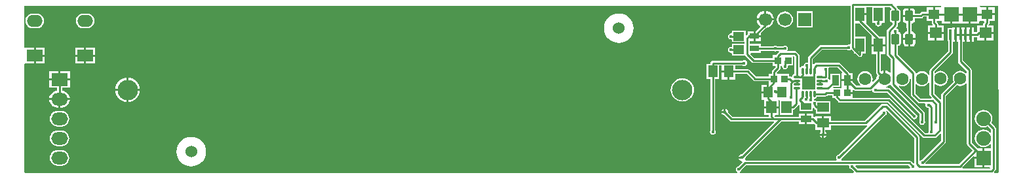
<source format=gtl>
G04 Layer_Physical_Order=1*
G04 Layer_Color=25308*
%FSLAX44Y44*%
%MOMM*%
G71*
G01*
G75*
%ADD10R,0.4000X1.3500*%
%ADD11R,1.9000X1.9000*%
%ADD12R,1.4500X1.3000*%
%ADD13R,1.6000X1.4000*%
%ADD14R,1.2000X1.8000*%
%ADD15O,0.8500X0.2800*%
%ADD16O,0.2800X0.8500*%
%ADD17R,1.7000X1.7000*%
%ADD18R,1.2500X1.5500*%
%ADD19R,0.8500X0.9000*%
%ADD20R,1.4500X1.1500*%
%ADD21R,1.2500X0.8000*%
%ADD22R,0.9500X1.3500*%
%ADD23R,1.5500X1.2500*%
%ADD24R,1.3500X0.8500*%
%ADD25R,1.1500X1.4500*%
G04:AMPARAMS|DCode=26|XSize=1.016mm|YSize=1.397mm|CornerRadius=0.127mm|HoleSize=0mm|Usage=FLASHONLY|Rotation=180.000|XOffset=0mm|YOffset=0mm|HoleType=Round|Shape=RoundedRectangle|*
%AMROUNDEDRECTD26*
21,1,1.0160,1.1430,0,0,180.0*
21,1,0.7620,1.3970,0,0,180.0*
1,1,0.2540,-0.3810,0.5715*
1,1,0.2540,0.3810,0.5715*
1,1,0.2540,0.3810,-0.5715*
1,1,0.2540,-0.3810,-0.5715*
%
%ADD26ROUNDEDRECTD26*%
%ADD27R,1.3500X1.5500*%
%ADD28C,0.2540*%
%ADD29C,1.9050*%
%ADD30R,1.9050X1.9050*%
%ADD31O,2.1590X1.6510*%
%ADD32R,2.1590X1.6510*%
%ADD33R,2.0320X1.5240*%
%ADD34O,2.0320X1.5240*%
%ADD35R,1.7000X1.7000*%
%ADD36C,1.7000*%
%ADD37C,1.5240*%
%ADD38C,2.6416*%
%ADD39C,1.6000*%
%ADD40C,0.3810*%
%ADD41C,0.5000*%
G36*
X1783754Y935885D02*
X1782186Y933842D01*
X1780144Y932275D01*
X1777765Y931290D01*
X1775213Y930954D01*
X1772660Y931290D01*
X1770282Y932275D01*
X1768414Y933708D01*
X1767144Y933391D01*
Y921529D01*
X1773452Y915222D01*
X1787250D01*
X1787776Y916492D01*
X1785969Y918298D01*
X1785296Y919307D01*
X1785059Y920496D01*
Y935717D01*
X1783789Y935970D01*
X1783754Y935885D01*
D02*
G37*
G36*
X1728990Y898805D02*
X1729660Y897803D01*
X1729946Y896366D01*
X1729660Y894929D01*
X1728846Y893711D01*
X1727628Y892897D01*
X1726989Y892770D01*
X1671874Y837654D01*
X1671747Y837016D01*
X1671208Y836209D01*
X1671752Y834958D01*
X1671771Y834939D01*
X1759229D01*
X1760418Y834703D01*
X1761427Y834029D01*
X1764406Y831049D01*
X1764881Y831142D01*
X1765676Y831853D01*
Y863915D01*
X1729977Y899615D01*
X1728990Y898805D01*
D02*
G37*
G36*
X1831716Y934350D02*
X1829674Y932783D01*
X1827295Y931798D01*
X1824743Y931462D01*
X1822190Y931798D01*
X1820367Y932553D01*
X1806387Y918574D01*
Y859409D01*
X1806151Y858220D01*
X1805477Y857212D01*
X1779922Y831656D01*
X1779949Y831403D01*
X1780752Y830386D01*
X1823201D01*
X1840796Y847980D01*
X1834229Y854547D01*
X1833556Y855555D01*
X1833319Y856744D01*
Y934352D01*
X1832049Y934784D01*
X1831716Y934350D01*
D02*
G37*
G36*
X1759339Y938263D02*
X1758354Y935885D01*
X1756786Y933842D01*
X1754744Y932275D01*
X1752365Y931290D01*
X1749813Y930954D01*
X1747260Y931290D01*
X1746264Y931702D01*
X1745545Y930626D01*
X1777791Y898379D01*
X1778465Y897371D01*
X1778701Y896182D01*
Y886863D01*
X1779063Y886322D01*
X1779349Y884885D01*
X1779063Y883448D01*
X1778249Y882230D01*
X1777031Y881416D01*
X1775594Y881130D01*
X1774157Y881416D01*
X1772939Y882230D01*
X1772124Y883448D01*
X1771839Y884885D01*
X1772124Y886322D01*
X1772486Y886863D01*
Y894894D01*
X1736185Y931195D01*
X1735512Y932203D01*
X1735495Y932289D01*
X1734095Y932816D01*
X1732522Y931609D01*
X1729958Y930547D01*
X1729308Y930462D01*
X1729391Y929192D01*
X1731525D01*
X1732714Y928955D01*
X1733722Y928281D01*
X1766359Y895644D01*
X1766998Y895517D01*
X1768216Y894703D01*
X1769030Y893485D01*
X1769316Y892048D01*
X1769030Y890611D01*
X1768216Y889393D01*
X1766998Y888579D01*
X1765561Y888293D01*
X1764124Y888579D01*
X1762905Y889393D01*
X1762091Y890611D01*
X1761965Y891249D01*
X1730237Y922976D01*
X1716993D01*
X1716452Y922615D01*
X1715015Y922329D01*
X1713578Y922615D01*
X1712359Y923429D01*
X1711545Y924647D01*
X1711381Y925472D01*
X1710058Y926059D01*
X1710004Y926023D01*
X1709600Y925753D01*
X1708411Y925516D01*
X1689237D01*
X1688047Y925753D01*
X1687039Y926426D01*
X1686552Y926914D01*
X1685379Y926428D01*
Y923798D01*
X1678589D01*
Y921258D01*
X1685379D01*
Y916238D01*
X1732287D01*
X1733476Y916001D01*
X1734484Y915328D01*
X1779421Y870391D01*
X1782797D01*
X1783764Y871661D01*
X1783650Y872236D01*
X1783935Y873673D01*
X1784297Y874214D01*
Y901870D01*
X1783595Y903025D01*
X1782158Y903311D01*
X1780939Y904125D01*
X1780125Y905343D01*
X1779840Y906780D01*
X1780030Y907736D01*
X1779242Y909006D01*
X1772165D01*
X1770975Y909243D01*
X1769967Y909917D01*
X1761839Y918045D01*
X1761166Y919053D01*
X1760929Y920242D01*
Y940611D01*
X1759659Y940694D01*
X1759339Y938263D01*
D02*
G37*
G36*
X615703Y982003D02*
X616477Y981054D01*
X616973Y981054D01*
X627907D01*
Y970894D01*
Y960734D01*
X616973D01*
X616477Y960734D01*
X615703Y959785D01*
X615703Y959785D01*
Y820166D01*
X616719Y819150D01*
X616973Y818896D01*
X1536577D01*
X1536797Y820166D01*
X1535829Y820813D01*
X1535015Y822031D01*
X1534730Y823468D01*
X1535015Y824905D01*
X1535829Y826123D01*
X1537048Y826937D01*
X1537686Y827064D01*
X1543360Y832738D01*
X1542893Y833731D01*
X1542757Y833931D01*
X1541068Y834267D01*
X1539598Y835249D01*
X1538616Y836720D01*
X1538523Y837184D01*
X1542803D01*
Y839724D01*
X1538523D01*
X1538616Y840188D01*
X1539598Y841659D01*
X1541068Y842641D01*
X1542803Y842986D01*
X1542917Y842963D01*
X1584297Y884343D01*
X1583811Y885516D01*
X1529463D01*
X1528273Y885753D01*
X1527265Y886427D01*
X1520565Y893127D01*
X1520451Y893104D01*
X1518716Y893449D01*
X1517246Y894431D01*
X1516264Y895902D01*
X1516171Y896366D01*
X1520451D01*
Y897636D01*
X1521721D01*
Y901915D01*
X1522185Y901823D01*
X1523655Y900841D01*
X1524638Y899370D01*
X1524983Y897636D01*
X1524960Y897522D01*
X1530750Y891732D01*
X1577443D01*
Y893442D01*
X1571261D01*
Y902462D01*
X1589841D01*
Y893442D01*
X1585571D01*
X1584915Y892172D01*
X1585228Y891732D01*
X1616317D01*
Y895414D01*
X1624337D01*
Y888624D01*
Y881834D01*
X1616317D01*
Y885516D01*
X1594260D01*
X1547312Y838568D01*
X1547335Y838454D01*
X1546990Y836720D01*
X1546629Y836179D01*
X1546670Y835946D01*
X1547328Y834939D01*
X1664785D01*
X1664803Y834958D01*
X1665347Y836209D01*
X1664808Y837016D01*
X1664523Y838453D01*
X1664808Y839890D01*
X1665622Y841108D01*
X1666841Y841922D01*
X1667479Y842049D01*
X1704412Y878982D01*
X1704134Y880371D01*
X1704062Y880428D01*
X1702987Y880214D01*
X1657741D01*
Y874532D01*
X1650558D01*
Y871531D01*
X1650655Y871467D01*
X1651638Y869996D01*
X1651730Y869532D01*
X1643171D01*
X1643264Y869996D01*
X1644246Y871467D01*
X1644343Y871531D01*
Y874532D01*
X1637161D01*
Y881101D01*
X1637125Y881125D01*
X1636015Y882234D01*
X1634897Y881834D01*
Y881834D01*
X1634897Y881834D01*
X1626877D01*
Y888624D01*
Y895414D01*
X1634897D01*
Y891716D01*
X1635964Y891068D01*
X1637161Y891523D01*
Y892112D01*
X1646181D01*
Y883322D01*
X1648721D01*
Y892112D01*
X1657741D01*
Y886430D01*
X1701700D01*
X1722469Y907199D01*
X1723477Y907873D01*
X1724667Y908110D01*
X1728985D01*
X1730174Y907873D01*
X1731182Y907199D01*
X1770981Y867400D01*
X1771655Y866392D01*
X1771892Y865203D01*
Y834782D01*
X1773162Y834397D01*
X1773573Y835013D01*
X1774792Y835827D01*
X1775430Y835954D01*
X1800172Y860696D01*
Y869551D01*
X1798999Y870037D01*
X1794047Y865086D01*
X1793039Y864412D01*
X1791850Y864175D01*
X1778134D01*
X1776944Y864412D01*
X1775936Y865086D01*
X1730999Y910022D01*
X1669399D01*
X1668210Y910259D01*
X1667201Y910932D01*
X1663391Y914743D01*
X1662718Y915751D01*
X1662618Y916250D01*
X1659561D01*
Y919420D01*
X1653310D01*
X1652679Y918789D01*
X1651670Y918115D01*
X1650481Y917878D01*
X1639598D01*
X1639402Y916896D01*
X1638700Y915845D01*
X1637649Y915143D01*
X1636409Y914896D01*
X1635899Y913747D01*
X1635900Y913677D01*
X1636526Y912567D01*
X1637963Y912281D01*
X1638608Y911850D01*
X1656979D01*
Y895794D01*
X1637923D01*
Y900942D01*
X1637879Y900951D01*
X1636871Y901624D01*
X1635405Y903091D01*
X1634135Y902565D01*
Y899096D01*
X1617079D01*
Y906614D01*
X1616680Y906758D01*
X1615809Y906826D01*
X1615268Y906016D01*
X1610786Y901535D01*
X1609778Y900861D01*
X1608589Y900624D01*
X1608579D01*
Y894204D01*
X1591523D01*
Y912771D01*
X1590440Y913700D01*
X1589841Y913524D01*
Y905002D01*
X1571261D01*
Y913500D01*
X1567930D01*
Y922020D01*
X1576221D01*
Y923290D01*
X1577491D01*
Y933527D01*
X1577519Y933555D01*
Y937454D01*
X1559821D01*
X1558631Y937691D01*
X1557623Y938364D01*
X1548882Y947106D01*
X1534411D01*
Y939924D01*
X1526891D01*
Y950214D01*
X1525621D01*
Y951484D01*
X1516831D01*
Y958028D01*
X1513149D01*
Y940686D01*
X1508229D01*
Y873960D01*
X1508590Y873419D01*
X1508876Y871982D01*
X1508590Y870545D01*
X1507776Y869327D01*
X1506558Y868513D01*
X1505121Y868227D01*
X1503684Y868513D01*
X1502466Y869327D01*
X1501651Y870545D01*
X1501366Y871982D01*
X1501651Y873419D01*
X1502013Y873960D01*
Y940686D01*
X1497093D01*
Y959742D01*
X1502013D01*
Y961136D01*
X1502250Y962325D01*
X1502923Y963334D01*
X1503932Y964007D01*
X1505121Y964244D01*
X1543619D01*
X1544160Y964605D01*
X1545597Y964891D01*
X1547034Y964605D01*
X1548252Y963791D01*
X1549066Y962573D01*
X1549352Y961136D01*
X1549066Y959699D01*
X1548252Y958481D01*
X1547034Y957667D01*
X1545597Y957381D01*
X1544160Y957667D01*
X1543619Y958028D01*
X1534411D01*
Y953322D01*
X1550169D01*
X1551358Y953085D01*
X1552366Y952411D01*
X1561108Y943670D01*
X1577519D01*
Y947602D01*
X1581201D01*
Y949706D01*
X1581438Y950895D01*
X1582111Y951904D01*
X1586336Y956128D01*
X1586054Y957398D01*
X1582853D01*
Y961330D01*
X1557789D01*
X1556599Y961567D01*
X1555591Y962241D01*
X1547209Y970622D01*
X1547113Y970766D01*
X1529711D01*
Y973814D01*
X1528729Y974620D01*
X1528325Y974539D01*
X1526888Y974825D01*
X1525670Y975639D01*
X1524855Y976857D01*
X1524570Y978294D01*
X1524855Y979731D01*
X1525670Y980949D01*
X1526888Y981764D01*
X1528325Y982049D01*
X1528729Y981969D01*
X1529711Y982775D01*
Y985822D01*
X1546299D01*
Y988266D01*
X1529711D01*
Y990928D01*
X1528441Y991971D01*
X1528211Y991925D01*
X1526774Y992211D01*
X1525556Y993025D01*
X1524742Y994243D01*
X1524456Y995680D01*
X1524742Y997117D01*
X1525556Y998335D01*
X1526774Y999149D01*
X1528211Y999435D01*
X1528441Y999389D01*
X1529711Y1000432D01*
Y1003322D01*
X1547767D01*
Y997554D01*
X1548940Y997068D01*
X1550015Y998143D01*
Y1002600D01*
X1557535D01*
Y996060D01*
Y989520D01*
X1552514D01*
Y985838D01*
X1566833D01*
Y983168D01*
X1583979D01*
X1584520Y983529D01*
X1585957Y983815D01*
X1587394Y983529D01*
X1587935Y983168D01*
X1596008D01*
X1596738Y983655D01*
X1598175Y983941D01*
X1599612Y983655D01*
X1600830Y982841D01*
X1601644Y981623D01*
X1601930Y980186D01*
X1601644Y978749D01*
X1601117Y977960D01*
X1601683Y976690D01*
X1611129D01*
X1612318Y976453D01*
X1613326Y975779D01*
X1616120Y972986D01*
X1616794Y971977D01*
X1617030Y970788D01*
Y956161D01*
X1618300Y955776D01*
X1618568Y956176D01*
X1619871Y957047D01*
X1621409Y957353D01*
X1622012Y957233D01*
X1622614Y957834D01*
X1622899Y959271D01*
X1623714Y960489D01*
X1624932Y961303D01*
X1626369Y961589D01*
X1627031Y961458D01*
X1628301Y962384D01*
Y967740D01*
X1628537Y968929D01*
X1629211Y969938D01*
X1642927Y983653D01*
X1643935Y984327D01*
X1645125Y984564D01*
X1679001D01*
X1679542Y984925D01*
X1680979Y985211D01*
X1681681Y985071D01*
X1682951Y985979D01*
Y1035304D01*
X615703D01*
Y982003D01*
D02*
G37*
G36*
X1742427Y1034131D02*
X1743120Y1033438D01*
X1743794Y1032429D01*
X1744030Y1031240D01*
Y1031173D01*
X1744733D01*
X1745922Y1030936D01*
X1746930Y1030263D01*
X1747604Y1029254D01*
X1747841Y1028065D01*
Y1016635D01*
X1747604Y1015446D01*
X1746930Y1014437D01*
X1745922Y1013764D01*
X1744733Y1013527D01*
X1744030D01*
Y1010412D01*
X1743794Y1009223D01*
X1743120Y1008214D01*
X1742227Y1007322D01*
X1742508Y1006121D01*
X1742671Y1005969D01*
X1743832Y1005193D01*
X1744646Y1003975D01*
X1744932Y1002538D01*
X1744901Y1002380D01*
X1745924Y1001014D01*
X1746176Y1000964D01*
X1747184Y1000291D01*
X1747858Y999282D01*
X1748094Y998093D01*
Y986663D01*
X1747858Y985474D01*
X1747184Y984465D01*
X1746176Y983792D01*
X1744987Y983555D01*
X1744285D01*
Y972329D01*
X1766234Y950379D01*
X1766908Y949371D01*
X1767102Y948394D01*
X1767722Y948065D01*
X1768414Y947924D01*
X1770282Y949357D01*
X1772660Y950342D01*
X1775213Y950678D01*
X1777765Y950342D01*
X1780144Y949357D01*
X1782186Y947790D01*
X1783754Y945747D01*
X1783789Y945662D01*
X1785059Y945915D01*
Y951276D01*
X1785296Y952466D01*
X1785969Y953474D01*
X1809143Y976647D01*
Y989358D01*
X1808472D01*
Y1006414D01*
X1814211D01*
Y1007176D01*
X1817481D01*
Y997886D01*
Y988596D01*
X1815358D01*
Y975360D01*
X1815122Y974171D01*
X1814448Y973163D01*
X1791275Y949989D01*
Y948749D01*
X1792545Y948432D01*
X1794412Y949865D01*
X1796790Y950850D01*
X1799343Y951186D01*
X1801895Y950850D01*
X1804274Y949865D01*
X1806317Y948298D01*
X1807884Y946255D01*
X1808869Y943877D01*
X1809205Y941324D01*
X1808869Y938771D01*
X1807884Y936393D01*
X1806317Y934350D01*
X1804274Y932783D01*
X1801895Y931798D01*
X1799343Y931462D01*
X1796790Y931798D01*
X1794412Y932783D01*
X1792545Y934216D01*
X1791275Y933899D01*
Y921783D01*
X1798999Y914059D01*
X1800172Y914545D01*
Y919861D01*
X1800409Y921050D01*
X1801082Y922058D01*
X1815972Y936948D01*
X1815216Y938771D01*
X1814880Y941324D01*
X1815216Y943877D01*
X1816202Y946255D01*
X1817769Y948298D01*
X1819812Y949865D01*
X1822190Y950850D01*
X1824743Y951186D01*
X1827295Y950850D01*
X1829674Y949865D01*
X1831716Y948298D01*
X1832049Y947864D01*
X1833319Y948296D01*
Y950705D01*
X1823053Y960971D01*
X1822380Y961979D01*
X1822143Y963168D01*
Y988596D01*
X1820021D01*
Y997886D01*
Y1007176D01*
X1823981D01*
Y997886D01*
X1826521D01*
Y1007176D01*
X1830481D01*
Y997886D01*
Y988596D01*
X1828358D01*
Y964455D01*
X1838624Y954190D01*
X1839298Y953181D01*
X1839534Y951992D01*
Y858031D01*
X1847300Y850266D01*
X1853700D01*
Y839471D01*
X1842905D01*
Y839640D01*
X1841731Y840126D01*
X1827419Y825814D01*
X1827946Y824544D01*
X1862923D01*
X1863138Y824866D01*
X1862459Y826136D01*
X1856240D01*
Y838201D01*
Y850266D01*
X1864561D01*
Y855558D01*
X1863358Y855966D01*
X1863030Y855539D01*
X1860669Y853727D01*
X1857919Y852588D01*
X1854969Y852199D01*
X1852018Y852588D01*
X1849268Y853727D01*
X1846907Y855539D01*
X1845096Y857900D01*
X1843957Y860649D01*
X1843568Y863600D01*
X1843957Y866551D01*
X1845096Y869300D01*
X1846907Y871661D01*
X1849268Y873473D01*
X1852018Y874612D01*
X1854969Y875001D01*
X1857919Y874612D01*
X1860669Y873473D01*
X1863030Y871661D01*
X1863358Y871234D01*
X1864561Y871642D01*
Y875013D01*
X1860512Y879062D01*
X1857919Y877988D01*
X1854969Y877599D01*
X1852018Y877988D01*
X1849268Y879127D01*
X1846907Y880939D01*
X1845096Y883300D01*
X1843957Y886049D01*
X1843568Y889000D01*
X1843957Y891951D01*
X1845096Y894700D01*
X1846907Y897061D01*
X1849268Y898873D01*
X1852018Y900012D01*
X1854969Y900400D01*
X1857919Y900012D01*
X1860669Y898873D01*
X1863030Y897061D01*
X1864842Y894700D01*
X1865981Y891951D01*
X1866369Y889000D01*
X1865981Y886049D01*
X1864907Y883457D01*
X1869866Y878497D01*
X1870540Y877489D01*
X1870777Y876300D01*
Y823976D01*
X1870540Y822787D01*
X1869866Y821778D01*
X1868254Y820166D01*
X1868780Y818896D01*
X1873374D01*
X1874271Y819795D01*
X1873765Y1035050D01*
X1873511Y1035304D01*
X1850403D01*
X1850169Y1034946D01*
X1850857Y1033676D01*
X1858231D01*
Y1024636D01*
X1859501D01*
Y1023366D01*
X1869291D01*
Y1015596D01*
X1862608D01*
Y1013424D01*
X1862372Y1012235D01*
X1861698Y1011227D01*
X1861418Y1010946D01*
X1861944Y1009676D01*
X1867791D01*
Y1001406D01*
X1857251D01*
Y1000136D01*
X1855981D01*
Y990596D01*
X1846711D01*
Y994779D01*
X1842791D01*
Y988596D01*
X1839521D01*
Y997886D01*
Y1007176D01*
X1842791D01*
Y1000994D01*
X1845590D01*
X1846711Y1002115D01*
Y1009676D01*
X1854143D01*
Y1011174D01*
X1854379Y1012363D01*
X1855053Y1013372D01*
X1856008Y1014326D01*
X1855482Y1015596D01*
X1849711D01*
X1849291Y1014500D01*
Y1012596D01*
X1838521D01*
Y1024636D01*
X1835981D01*
Y1012596D01*
X1814521D01*
Y1024636D01*
X1811981D01*
Y1012596D01*
X1801211D01*
Y1014500D01*
X1800791Y1015596D01*
X1795020D01*
X1794494Y1014326D01*
X1795448Y1013372D01*
X1796122Y1012363D01*
X1796358Y1011174D01*
Y1009676D01*
X1803791D01*
Y1001406D01*
X1782711D01*
Y1009676D01*
X1788558D01*
X1789084Y1010946D01*
X1788803Y1011227D01*
X1788130Y1012235D01*
X1787893Y1013424D01*
Y1015596D01*
X1781211D01*
Y1021528D01*
X1777516D01*
X1776140Y1020153D01*
X1775132Y1019479D01*
X1773943Y1019242D01*
X1766397D01*
Y1016635D01*
X1766102Y1015148D01*
X1765260Y1013888D01*
X1763999Y1013046D01*
X1762513Y1012750D01*
X1761810D01*
Y1008325D01*
X1761828Y1008299D01*
X1762065Y1007110D01*
Y1001978D01*
X1762767D01*
X1764253Y1001682D01*
X1765514Y1000840D01*
X1766356Y999580D01*
X1766651Y998093D01*
Y993648D01*
X1751262D01*
Y998093D01*
X1751558Y999580D01*
X1752400Y1000840D01*
X1753660Y1001682D01*
X1755147Y1001978D01*
X1755849D01*
Y1006149D01*
X1755832Y1006175D01*
X1755595Y1007364D01*
Y1012750D01*
X1754893D01*
X1753406Y1013046D01*
X1752146Y1013888D01*
X1751304Y1015148D01*
X1751008Y1016635D01*
Y1021080D01*
X1758703D01*
Y1022350D01*
X1759973D01*
Y1031950D01*
X1762513D01*
X1763999Y1031654D01*
X1765260Y1030812D01*
X1766102Y1029552D01*
X1766397Y1028065D01*
Y1025458D01*
X1772655D01*
X1774031Y1026833D01*
X1775040Y1027507D01*
X1776229Y1027744D01*
X1781211D01*
Y1033676D01*
X1789731D01*
Y1024636D01*
X1792271D01*
Y1033676D01*
X1799645D01*
X1800332Y1034946D01*
X1800098Y1035304D01*
X1742913D01*
X1742427Y1034131D01*
D02*
G37*
G36*
X1608671Y970235D02*
Y958160D01*
X1602803D01*
X1601998Y957178D01*
X1602080Y956763D01*
X1601794Y955326D01*
X1600980Y954107D01*
X1599762Y953293D01*
X1598325Y953008D01*
X1596888Y953293D01*
X1595670Y954107D01*
X1594856Y955326D01*
X1594570Y956763D01*
X1594048Y957398D01*
X1592751D01*
Y955040D01*
X1592514Y953851D01*
X1591840Y952842D01*
X1587870Y948872D01*
X1588396Y947602D01*
X1591099D01*
Y947602D01*
X1591281Y946840D01*
X1603337D01*
Y943670D01*
X1604739D01*
X1605928Y943433D01*
X1606076Y943334D01*
X1607435Y943954D01*
X1607598Y944773D01*
X1608468Y946077D01*
X1609772Y946947D01*
X1610815Y947155D01*
Y969501D01*
X1609941Y970375D01*
X1608671Y970235D01*
D02*
G37*
G36*
X1689046Y827757D02*
X1689008Y827454D01*
X1691918Y824544D01*
X1759653D01*
X1760332Y825814D01*
X1760313Y825841D01*
X1760186Y826479D01*
X1757942Y828724D01*
X1689832D01*
X1689046Y827757D01*
D02*
G37*
G36*
X1542081Y822669D02*
X1541954Y822031D01*
X1541140Y820813D01*
X1540172Y820166D01*
X1540392Y818896D01*
X1686980D01*
X1687506Y820166D01*
X1684498Y823174D01*
X1683860Y823301D01*
X1682641Y824115D01*
X1681827Y825333D01*
X1681542Y826770D01*
X1681678Y827454D01*
X1680762Y828724D01*
X1548136D01*
X1542081Y822669D01*
D02*
G37*
G36*
X1703681Y1025586D02*
X1695141D01*
Y1023046D01*
X1703681D01*
Y1012776D01*
X1703681Y1012776D01*
X1703681D01*
X1704040Y1011620D01*
X1719804Y995856D01*
X1727681D01*
Y985586D01*
X1710601D01*
Y995856D01*
X1710601Y995856D01*
X1710601D01*
X1710004Y996866D01*
X1694094Y1012776D01*
X1689167D01*
Y995094D01*
X1702919D01*
Y973538D01*
X1698248D01*
Y972141D01*
X1698012Y970952D01*
X1697338Y969943D01*
X1696330Y969270D01*
X1695141Y969033D01*
X1693952Y969270D01*
X1692943Y969943D01*
X1689349Y973538D01*
X1687363D01*
Y975524D01*
X1684731Y978156D01*
X1683634Y978801D01*
X1682416Y977987D01*
X1680979Y977701D01*
X1679542Y977987D01*
X1679001Y978348D01*
X1646412D01*
X1634516Y966453D01*
Y959971D01*
X1635690Y959485D01*
X1636871Y960667D01*
X1637879Y961340D01*
X1639069Y961577D01*
X1667774D01*
X1668963Y961340D01*
X1669971Y960667D01*
X1681020Y949617D01*
X1681694Y948609D01*
X1681750Y948328D01*
X1686113D01*
Y940308D01*
X1671533D01*
Y948328D01*
X1671861D01*
X1672346Y949501D01*
X1666487Y955361D01*
X1655614D01*
X1654648Y954091D01*
X1654762Y953516D01*
X1654476Y952079D01*
X1654115Y951538D01*
Y943236D01*
X1653878Y942047D01*
X1654011Y941377D01*
X1654678Y940931D01*
X1655492Y939713D01*
X1655525Y939549D01*
X1656795Y939674D01*
Y947566D01*
X1669851D01*
Y930510D01*
X1660671D01*
X1660369Y930076D01*
X1661034Y928806D01*
X1670741D01*
X1671533Y929748D01*
X1671533Y930041D01*
Y937768D01*
X1686113D01*
Y936143D01*
X1690524Y931732D01*
X1695497D01*
X1695928Y933002D01*
X1694833Y933842D01*
X1693266Y935885D01*
X1692280Y938263D01*
X1691944Y940816D01*
X1692280Y943369D01*
X1693266Y945747D01*
X1694833Y947790D01*
X1696876Y949357D01*
X1699254Y950342D01*
X1701807Y950678D01*
X1704359Y950342D01*
X1706738Y949357D01*
X1708781Y947790D01*
X1710348Y945747D01*
X1711333Y943369D01*
X1711669Y940816D01*
X1711333Y938263D01*
X1710961Y937365D01*
X1712038Y936646D01*
X1716632Y941240D01*
X1716938Y943568D01*
X1717852Y945775D01*
X1716943Y946684D01*
X1716270Y947693D01*
X1716033Y948882D01*
Y972776D01*
X1710601D01*
Y983046D01*
X1727681D01*
Y972776D01*
X1722248D01*
Y951314D01*
X1723304Y950608D01*
X1724455Y951085D01*
X1725937Y951280D01*
Y940816D01*
X1728477D01*
Y951280D01*
X1729958Y951085D01*
X1732522Y950023D01*
X1734005Y948885D01*
X1735275Y949511D01*
Y966199D01*
X1730851Y970622D01*
X1730178Y971631D01*
X1729941Y972820D01*
Y1002538D01*
X1730178Y1003727D01*
X1730851Y1004735D01*
X1737815Y1011699D01*
Y1013527D01*
X1737113D01*
X1735923Y1013764D01*
X1734915Y1014437D01*
X1734242Y1015446D01*
X1734005Y1016635D01*
Y1028065D01*
X1734242Y1029254D01*
X1734915Y1030263D01*
X1735391Y1030581D01*
X1735683Y1032085D01*
X1734301Y1033466D01*
X1726919D01*
Y1013538D01*
X1723629D01*
X1722823Y1012556D01*
X1722896Y1012190D01*
X1722610Y1010753D01*
X1721796Y1009535D01*
X1720578Y1008721D01*
X1719141Y1008435D01*
X1717704Y1008721D01*
X1716485Y1009535D01*
X1715671Y1010753D01*
X1715386Y1012190D01*
X1715458Y1012556D01*
X1714653Y1013538D01*
X1711363D01*
Y1033466D01*
X1703681D01*
Y1025586D01*
D02*
G37*
G36*
X1566833Y974282D02*
X1554136D01*
X1553610Y973012D01*
X1559076Y967546D01*
X1582853D01*
Y971478D01*
X1586777D01*
X1587445Y972477D01*
X1590650Y975682D01*
X1590606Y976092D01*
X1590217Y976952D01*
X1587935D01*
X1587394Y976591D01*
X1585957Y976305D01*
X1584520Y976591D01*
X1583979Y976952D01*
X1566833D01*
Y974282D01*
D02*
G37*
%LPC*%
G36*
X1465841Y941396D02*
X1468779Y941107D01*
X1471603Y940250D01*
X1474207Y938859D01*
X1476489Y936986D01*
X1478362Y934704D01*
X1479753Y932101D01*
X1480610Y929276D01*
X1480899Y926338D01*
X1480610Y923400D01*
X1479753Y920575D01*
X1478362Y917972D01*
X1476489Y915690D01*
X1474207Y913817D01*
X1471603Y912426D01*
X1468779Y911569D01*
X1465841Y911280D01*
X1462903Y911569D01*
X1460078Y912426D01*
X1457475Y913817D01*
X1455193Y915690D01*
X1453320Y917972D01*
X1451929Y920575D01*
X1451072Y923400D01*
X1450782Y926338D01*
X1451072Y929276D01*
X1451929Y932101D01*
X1453320Y934704D01*
X1455193Y936986D01*
X1457475Y938859D01*
X1460078Y940250D01*
X1462903Y941107D01*
X1465841Y941396D01*
D02*
G37*
G36*
X733354Y925068D02*
X747783D01*
Y910639D01*
X745966Y910818D01*
X742997Y911718D01*
X740261Y913181D01*
X737863Y915149D01*
X735895Y917547D01*
X734433Y920282D01*
X733533Y923251D01*
X733354Y925068D01*
D02*
G37*
G36*
X747783Y942037D02*
Y927608D01*
X733354D01*
X733533Y929425D01*
X734433Y932394D01*
X735895Y935129D01*
X737863Y937527D01*
X740261Y939495D01*
X742997Y940958D01*
X745966Y941858D01*
X747783Y942037D01*
D02*
G37*
G36*
X1516831Y948944D02*
X1524351D01*
Y939924D01*
X1516831D01*
Y948944D01*
D02*
G37*
G36*
X750323Y942037D02*
X752140Y941858D01*
X755108Y940958D01*
X757844Y939495D01*
X760242Y937527D01*
X762210Y935129D01*
X763672Y932394D01*
X764573Y929425D01*
X764752Y927608D01*
X750323D01*
Y942037D01*
D02*
G37*
G36*
X647834Y938530D02*
X674504D01*
Y929005D01*
X664277D01*
Y925213D01*
X666527Y924917D01*
X669153Y923829D01*
X671408Y922099D01*
X673138Y919844D01*
X674226Y917218D01*
X674430Y915670D01*
X647908D01*
X648112Y917218D01*
X649199Y919844D01*
X650930Y922099D01*
X653185Y923829D01*
X655811Y924917D01*
X658061Y925213D01*
Y929005D01*
X647834D01*
Y938530D01*
D02*
G37*
G36*
X1567930Y933080D02*
X1574951D01*
Y924560D01*
X1567930D01*
Y933080D01*
D02*
G37*
G36*
X750323Y925068D02*
X764752D01*
X764573Y923251D01*
X763672Y920282D01*
X762210Y917547D01*
X760242Y915149D01*
X757844Y913181D01*
X755108Y911718D01*
X752140Y910818D01*
X750323Y910639D01*
Y925068D01*
D02*
G37*
G36*
X658629Y873720D02*
X663709D01*
X666328Y873375D01*
X668768Y872364D01*
X670864Y870756D01*
X672473Y868660D01*
X673484Y866219D01*
X673828Y863600D01*
X673484Y860981D01*
X672473Y858540D01*
X670864Y856444D01*
X668768Y854836D01*
X666328Y853825D01*
X663709Y853480D01*
X658629D01*
X656010Y853825D01*
X653569Y854836D01*
X651473Y856444D01*
X649865Y858540D01*
X648854Y860981D01*
X648509Y863600D01*
X648854Y866219D01*
X649865Y868660D01*
X651473Y870756D01*
X653569Y872364D01*
X656010Y873375D01*
X658629Y873720D01*
D02*
G37*
G36*
X1648721Y866992D02*
X1651730D01*
X1651638Y866528D01*
X1650655Y865057D01*
X1649185Y864075D01*
X1648721Y863982D01*
Y866992D01*
D02*
G37*
G36*
X658629Y848320D02*
X663709D01*
X666328Y847975D01*
X668768Y846964D01*
X670864Y845356D01*
X672473Y843260D01*
X673484Y840819D01*
X673828Y838200D01*
X673484Y835581D01*
X672473Y833140D01*
X670864Y831044D01*
X668768Y829436D01*
X666328Y828425D01*
X663709Y828080D01*
X658629D01*
X656010Y828425D01*
X653569Y829436D01*
X651473Y831044D01*
X649865Y833140D01*
X648854Y835581D01*
X648509Y838200D01*
X648854Y840819D01*
X649865Y843260D01*
X651473Y845356D01*
X653569Y846964D01*
X656010Y847975D01*
X658629Y848320D01*
D02*
G37*
G36*
X1842905Y836931D02*
X1853700D01*
Y826136D01*
X1842905D01*
Y836931D01*
D02*
G37*
G36*
X831222Y865470D02*
X834956Y865102D01*
X838547Y864013D01*
X841857Y862244D01*
X844757Y859864D01*
X847138Y856963D01*
X848907Y853653D01*
X849996Y850062D01*
X850364Y846328D01*
X849996Y842594D01*
X848907Y839003D01*
X847138Y835693D01*
X844757Y832792D01*
X841857Y830412D01*
X838547Y828643D01*
X834956Y827554D01*
X831222Y827186D01*
X827487Y827554D01*
X823896Y828643D01*
X820587Y830412D01*
X817686Y832792D01*
X815306Y835693D01*
X813537Y839003D01*
X812447Y842594D01*
X812080Y846328D01*
X812447Y850062D01*
X813537Y853653D01*
X815306Y856963D01*
X817686Y859864D01*
X820587Y862244D01*
X823896Y864013D01*
X827487Y865102D01*
X831222Y865470D01*
D02*
G37*
G36*
X662439Y913130D02*
X674430D01*
X674226Y911582D01*
X673138Y908956D01*
X671408Y906701D01*
X669153Y904971D01*
X666527Y903883D01*
X663709Y903512D01*
X662439D01*
Y913130D01*
D02*
G37*
G36*
X647908D02*
X659899D01*
Y903512D01*
X658629D01*
X655811Y903883D01*
X653185Y904971D01*
X650930Y906701D01*
X649199Y908956D01*
X648112Y911582D01*
X647908Y913130D01*
D02*
G37*
G36*
X1519181Y901915D02*
Y898906D01*
X1516171D01*
X1516264Y899370D01*
X1517246Y900841D01*
X1518716Y901823D01*
X1519181Y901915D01*
D02*
G37*
G36*
X1643171Y866992D02*
X1646181D01*
Y863982D01*
X1645716Y864075D01*
X1644246Y865057D01*
X1643264Y866528D01*
X1643171Y866992D01*
D02*
G37*
G36*
X658629Y899120D02*
X663709D01*
X666328Y898775D01*
X668768Y897764D01*
X670864Y896156D01*
X672473Y894060D01*
X673484Y891619D01*
X673828Y889000D01*
X673484Y886381D01*
X672473Y883940D01*
X670864Y881844D01*
X668768Y880236D01*
X666328Y879225D01*
X663709Y878880D01*
X658629D01*
X656010Y879225D01*
X653569Y880236D01*
X651473Y881844D01*
X649865Y883940D01*
X648854Y886381D01*
X648509Y889000D01*
X648854Y891619D01*
X649865Y894060D01*
X651473Y896156D01*
X653569Y897764D01*
X656010Y898775D01*
X658629Y899120D01*
D02*
G37*
G36*
X662439Y950595D02*
X674504D01*
Y941070D01*
X662439D01*
Y950595D01*
D02*
G37*
G36*
X1561907Y1016508D02*
X1583843D01*
X1583631Y1014896D01*
X1582518Y1012210D01*
X1580749Y1009904D01*
X1578443Y1008135D01*
X1575757Y1007022D01*
X1573920Y1006780D01*
X1567595Y1000455D01*
Y997330D01*
X1560075D01*
Y1002600D01*
X1560950D01*
X1566161Y1007811D01*
X1566078Y1009078D01*
X1565001Y1009904D01*
X1563231Y1012210D01*
X1562119Y1014896D01*
X1561907Y1016508D01*
D02*
G37*
G36*
X691637Y1025373D02*
X696717D01*
X699170Y1025050D01*
X701456Y1024103D01*
X703419Y1022597D01*
X704926Y1020633D01*
X705873Y1018347D01*
X706196Y1015894D01*
X705873Y1013440D01*
X704926Y1011154D01*
X703419Y1009191D01*
X701456Y1007685D01*
X699170Y1006738D01*
X696717Y1006415D01*
X691637D01*
X689183Y1006738D01*
X686897Y1007685D01*
X684934Y1009191D01*
X683427Y1011154D01*
X682480Y1013440D01*
X682158Y1015894D01*
X682480Y1018347D01*
X683427Y1020633D01*
X684934Y1022597D01*
X686897Y1024103D01*
X689183Y1025050D01*
X691637Y1025373D01*
D02*
G37*
G36*
X626637D02*
X631717D01*
X634170Y1025050D01*
X636456Y1024103D01*
X638420Y1022597D01*
X639926Y1020633D01*
X640873Y1018347D01*
X641196Y1015894D01*
X640873Y1013440D01*
X639926Y1011154D01*
X638420Y1009191D01*
X636456Y1007685D01*
X634170Y1006738D01*
X631717Y1006415D01*
X626637D01*
X624184Y1006738D01*
X621897Y1007685D01*
X619934Y1009191D01*
X618428Y1011154D01*
X617481Y1013440D01*
X617158Y1015894D01*
X617481Y1018347D01*
X618428Y1020633D01*
X619934Y1022597D01*
X621897Y1024103D01*
X624184Y1025050D01*
X626637Y1025373D01*
D02*
G37*
G36*
X1858521Y998866D02*
X1867791D01*
Y990596D01*
X1858521D01*
Y998866D01*
D02*
G37*
G36*
X1794521D02*
X1803791D01*
Y990596D01*
X1794521D01*
Y998866D01*
D02*
G37*
G36*
X1782711D02*
X1791981D01*
Y990596D01*
X1782711D01*
Y998866D01*
D02*
G37*
G36*
X1571605Y1028746D02*
Y1019048D01*
X1561907D01*
X1562119Y1020660D01*
X1563231Y1023346D01*
X1565001Y1025652D01*
X1567307Y1027421D01*
X1569993Y1028534D01*
X1571605Y1028746D01*
D02*
G37*
G36*
X1754893Y1031950D02*
X1757433D01*
Y1023620D01*
X1751008D01*
Y1028065D01*
X1751304Y1029552D01*
X1752146Y1030812D01*
X1753406Y1031654D01*
X1754893Y1031950D01*
D02*
G37*
G36*
X1860771Y1033676D02*
X1869291D01*
Y1025906D01*
X1860771D01*
Y1033676D01*
D02*
G37*
G36*
X1598275Y1028145D02*
X1600958Y1027791D01*
X1603458Y1026756D01*
X1605605Y1025108D01*
X1607253Y1022961D01*
X1608288Y1020461D01*
X1608642Y1017778D01*
X1608288Y1015095D01*
X1607253Y1012595D01*
X1605605Y1010448D01*
X1603458Y1008800D01*
X1600958Y1007765D01*
X1598275Y1007411D01*
X1595592Y1007765D01*
X1593091Y1008800D01*
X1590945Y1010448D01*
X1589297Y1012595D01*
X1588261Y1015095D01*
X1587908Y1017778D01*
X1588261Y1020461D01*
X1589297Y1022961D01*
X1590945Y1025108D01*
X1593091Y1026756D01*
X1595592Y1027791D01*
X1598275Y1028145D01*
D02*
G37*
G36*
X1613397Y1028056D02*
X1633953D01*
Y1007500D01*
X1613397D01*
Y1028056D01*
D02*
G37*
G36*
X1574145Y1028746D02*
X1575757Y1028534D01*
X1578443Y1027421D01*
X1580749Y1025652D01*
X1582518Y1023346D01*
X1583631Y1020660D01*
X1583843Y1019048D01*
X1574145D01*
Y1028746D01*
D02*
G37*
G36*
X681477Y969624D02*
X692907D01*
Y960734D01*
X681477D01*
Y969624D01*
D02*
G37*
G36*
X695447Y981054D02*
X706877D01*
Y972164D01*
X695447D01*
Y981054D01*
D02*
G37*
G36*
X681477D02*
X692907D01*
Y972164D01*
X681477D01*
Y981054D01*
D02*
G37*
G36*
X647834Y950595D02*
X659899D01*
Y941070D01*
X647834D01*
Y950595D01*
D02*
G37*
G36*
X630447Y969624D02*
X641877D01*
Y960734D01*
X630447D01*
Y969624D01*
D02*
G37*
G36*
X695447D02*
X706877D01*
Y960734D01*
X695447D01*
Y969624D01*
D02*
G37*
G36*
X1383672Y1025490D02*
X1387406Y1025122D01*
X1390997Y1024033D01*
X1394307Y1022264D01*
X1397207Y1019884D01*
X1399588Y1016983D01*
X1401357Y1013673D01*
X1402446Y1010082D01*
X1402814Y1006348D01*
X1402446Y1002614D01*
X1401357Y999023D01*
X1399588Y995713D01*
X1397207Y992812D01*
X1394307Y990432D01*
X1390997Y988663D01*
X1387406Y987574D01*
X1383672Y987206D01*
X1379937Y987574D01*
X1376346Y988663D01*
X1373037Y990432D01*
X1370136Y992812D01*
X1367756Y995713D01*
X1365987Y999023D01*
X1364897Y1002614D01*
X1364530Y1006348D01*
X1364897Y1010082D01*
X1365987Y1013673D01*
X1367756Y1016983D01*
X1370136Y1019884D01*
X1373037Y1022264D01*
X1376346Y1024033D01*
X1379937Y1025122D01*
X1383672Y1025490D01*
D02*
G37*
G36*
X1833021Y1007176D02*
X1836981D01*
Y997886D01*
Y988596D01*
X1833021D01*
Y997886D01*
Y1007176D01*
D02*
G37*
G36*
X1560075Y994790D02*
X1567595D01*
Y989520D01*
X1560075D01*
Y994790D01*
D02*
G37*
G36*
X630447Y981054D02*
X641877D01*
Y972164D01*
X630447D01*
Y981054D01*
D02*
G37*
G36*
X1760227Y991108D02*
X1766651D01*
Y986663D01*
X1766356Y985176D01*
X1765514Y983916D01*
X1764253Y983074D01*
X1762767Y982778D01*
X1760227D01*
Y991108D01*
D02*
G37*
G36*
X1751262D02*
X1757687D01*
Y982778D01*
X1755147D01*
X1753660Y983074D01*
X1752400Y983916D01*
X1751558Y985176D01*
X1751262Y986663D01*
Y991108D01*
D02*
G37*
%LPD*%
D10*
X1812251Y997886D02*
D03*
X1818751D02*
D03*
X1825251D02*
D03*
X1831751D02*
D03*
X1838251D02*
D03*
D11*
X1813251Y1024636D02*
D03*
X1837251D02*
D03*
D12*
X1791001D02*
D03*
X1859501D02*
D03*
D13*
X1793251Y1000136D02*
D03*
X1857251D02*
D03*
D14*
X1719141Y984316D02*
D03*
Y1024316D02*
D03*
X1695141Y984316D02*
D03*
Y1024316D02*
D03*
D15*
X1614159Y928236D02*
D03*
Y933236D02*
D03*
Y938236D02*
D03*
Y943236D02*
D03*
X1643658D02*
D03*
Y938236D02*
D03*
Y933236D02*
D03*
Y928236D02*
D03*
D16*
X1621409Y950486D02*
D03*
X1626409D02*
D03*
X1631409D02*
D03*
X1636409D02*
D03*
Y920986D02*
D03*
X1631409D02*
D03*
X1626409D02*
D03*
X1621409D02*
D03*
D17*
X1628909Y935736D02*
D03*
D18*
X1505121Y950214D02*
D03*
X1525621D02*
D03*
D19*
X1678589Y922528D02*
D03*
X1665589D02*
D03*
X1584309Y940562D02*
D03*
X1597309D02*
D03*
X1589643Y964438D02*
D03*
X1602643D02*
D03*
D20*
X1538739Y978294D02*
D03*
Y995794D02*
D03*
D21*
X1558805Y996060D02*
D03*
Y980060D02*
D03*
D22*
X1663323Y939038D02*
D03*
X1678823D02*
D03*
D23*
X1647451Y883322D02*
D03*
Y903822D02*
D03*
D24*
X1625607Y905124D02*
D03*
Y888624D02*
D03*
D25*
X1594221Y923290D02*
D03*
X1576221D02*
D03*
D26*
X1740923Y1022350D02*
D03*
X1758703D02*
D03*
X1741177Y992378D02*
D03*
X1758957D02*
D03*
D27*
X1580551Y903732D02*
D03*
X1600051D02*
D03*
D28*
X1643658Y933236D02*
Y938236D01*
X1614159Y933236D02*
Y938236D01*
X1607065D02*
X1604739Y940562D01*
X1597309D01*
X1813251Y1024636D02*
X1791001D01*
X1837251D02*
X1813251D01*
X1793251Y1000136D02*
Y1011174D01*
X1791001Y1013424D01*
Y1024636D01*
X1776229D01*
X1773943Y1022350D01*
X1758703D01*
X1859501Y1024636D02*
X1837251D01*
X1857251Y1000136D02*
Y1011174D01*
X1859501Y1013424D02*
X1857251Y1011174D01*
X1859501Y1013424D02*
Y1024636D01*
X1825251Y997886D02*
X1818751D01*
X1831751D02*
X1825251D01*
X1838251D02*
X1831751D01*
X1857251Y1000136D02*
X1849127D01*
X1846877Y997886D01*
X1838251D01*
X1758957Y992378D02*
Y1007110D01*
X1758703Y1007364D01*
Y1022350D01*
X1580551Y903732D02*
Y911098D01*
X1576221Y915428D01*
Y923290D01*
Y927862D01*
X1584309Y935950D02*
X1576221Y927862D01*
X1584309Y935950D02*
Y940562D01*
Y949706D01*
X1589643Y955040D02*
X1584309Y949706D01*
X1589643Y955040D02*
Y964438D01*
X1584309Y940562D02*
X1559821D01*
X1550169Y950214D01*
X1525621D01*
X1678589Y922528D02*
Y930656D01*
X1678823Y930890D02*
X1678589Y930656D01*
X1678823Y930890D02*
Y939038D01*
X1647451Y883322D02*
X1639323D01*
X1634021Y888624D01*
X1625607D01*
X661169Y914400D02*
Y939800D01*
X1665589Y922528D02*
X1652023D01*
X1650481Y920986D01*
X1636409D01*
X1528325Y995794D02*
X1528211Y995680D01*
X1538739Y995794D02*
X1528325D01*
X1663323Y938276D02*
Y939038D01*
Y938276D02*
X1653283Y928236D01*
X1643658D01*
X1740923Y1022350D02*
Y1031240D01*
X1735589Y1036574D01*
X1686059D01*
Y981223D02*
Y1036574D01*
X1695141Y972141D02*
Y984316D01*
X1719141D02*
Y992124D01*
X1695141Y1016124D01*
Y1024316D01*
X1741177Y992378D02*
Y1002538D01*
X1719141Y1012190D02*
Y1024316D01*
X1647451Y903822D02*
X1639069D01*
X1636526Y906365D01*
Y908812D01*
X1631449Y913638D02*
X1631409Y913678D01*
Y920986D01*
X1589643Y964438D02*
X1557789D01*
X1549407Y972820D01*
Y993140D01*
X1552327Y996060D02*
X1549407Y993140D01*
X1558805Y996060D02*
X1552327D01*
X1621409Y945896D02*
Y950486D01*
X1594221Y923290D02*
Y924560D01*
X1626409Y916178D02*
Y920986D01*
Y916178D02*
X1625861Y915630D01*
Y913892D02*
Y915630D01*
X1586999Y923290D02*
X1585729Y924560D01*
X1594221Y923290D02*
X1586999D01*
X1625607Y905124D02*
X1617388Y913342D01*
X1621409Y917363D02*
X1617388Y913342D01*
X1621409Y917363D02*
Y920986D01*
X1608589Y903732D02*
X1600051D01*
X1613070Y908214D02*
X1608589Y903732D01*
X1614159Y928236D02*
X1613070D01*
X1647451Y868262D02*
Y883322D01*
X1589643Y964438D02*
Y970280D01*
X1592945Y973582D02*
X1589643Y970280D01*
X1611129Y973582D02*
X1592945D01*
X1613923Y970788D02*
X1611129Y973582D01*
X1614159Y943236D02*
X1613923D01*
X1636021Y942848D02*
Y947286D01*
X1636409Y947674D02*
X1636021Y947286D01*
X1636409Y947674D02*
Y950486D01*
X1583189Y888624D02*
X1580551Y891262D01*
Y903732D01*
X1529463Y888624D02*
X1520451Y897636D01*
X1787405Y872236D02*
Y904240D01*
X1784865Y906780D01*
X1783595D01*
X1605795Y916432D02*
Y935442D01*
X1608589Y938236D02*
X1605795Y935442D01*
X1602643Y964438D02*
X1598325D01*
X1505121Y871982D02*
Y950214D01*
X1867669Y876300D02*
X1854969Y889000D01*
X1867669Y823976D02*
Y876300D01*
Y823976D02*
X1865129Y821436D01*
X1690631D01*
X1685297Y826770D01*
X1631409Y950486D02*
Y967740D01*
X1645125Y981456D02*
X1631409Y967740D01*
X1680979Y981456D02*
X1645125D01*
X1598175Y980186D02*
X1598049Y980060D01*
X1740923Y1010412D02*
Y1022350D01*
Y1010412D02*
X1733049Y1002538D01*
Y972820D02*
Y1002538D01*
X1738383Y967486D02*
X1733049Y972820D01*
X1738383Y933393D02*
Y967486D01*
X1775594Y896182D02*
X1738383Y933393D01*
X1775594Y884885D02*
Y896182D01*
X1824743Y941324D02*
X1803280Y919861D01*
Y859409D02*
Y919861D01*
Y859409D02*
X1776229Y832358D01*
X1741177Y971042D02*
Y992378D01*
X1764037Y948182D02*
X1741177Y971042D01*
X1764037Y920242D02*
Y948182D01*
X1772165Y912114D02*
X1764037Y920242D01*
X1788929Y912114D02*
X1772165D01*
X1793247Y907796D02*
X1788929Y912114D01*
X1793247Y884301D02*
Y907796D01*
X1651983Y938236D02*
X1643658D01*
X1652023Y938276D02*
X1651983Y938236D01*
X1626409Y957794D02*
X1626369Y957834D01*
X1626409Y950486D02*
Y957794D01*
X1678823Y939038D02*
Y947420D01*
X1667774Y958469D01*
X1639069D01*
X1636409Y955809D01*
Y950486D02*
Y955809D01*
X1651007Y943236D02*
Y953516D01*
Y943236D02*
X1643658D01*
X1545597Y961136D02*
X1505121D01*
Y950214D02*
Y961136D01*
X1538739Y978294D02*
X1528325D01*
X1731525Y926084D02*
X1715015D01*
X1765561Y892048D02*
X1731525Y926084D01*
X1763783Y827278D02*
X1759229Y831832D01*
X1546848D01*
X1538485Y823468D01*
X1727207Y940816D02*
X1719141Y948882D01*
Y984316D01*
X1592973Y888624D02*
X1542803Y838454D01*
X1689237Y928624D02*
X1678823Y939038D01*
X1708411Y928624D02*
X1689237D01*
X1720603Y940816D02*
X1708411Y928624D01*
X1727207Y940816D02*
X1720603D01*
X1825251Y963168D02*
Y997886D01*
X1702987Y883322D02*
X1647451D01*
X1724667Y905002D02*
X1702987Y883322D01*
X1728985Y905002D02*
X1724667D01*
X1768784Y865203D02*
X1728985Y905002D01*
X1768784Y830580D02*
Y865203D01*
X1772086Y827278D02*
X1768784Y830580D01*
X1824489Y827278D02*
X1772086D01*
X1836427Y856744D02*
Y951992D01*
X1825251Y963168D01*
X1572875Y1010130D02*
X1558805Y996060D01*
X1572875Y1010130D02*
Y1017778D01*
X1812251Y975360D02*
Y997886D01*
Y975360D02*
X1788167Y951276D01*
Y920496D02*
Y951276D01*
X1798327Y910336D02*
X1788167Y920496D01*
X1798327Y873760D02*
Y910336D01*
Y873760D02*
X1791850Y867283D01*
X1778134D01*
X1732287Y913130D01*
X1669399D01*
X1665589Y916940D01*
Y922528D01*
X1585957Y980060D02*
X1558805D01*
X1726191Y896366D02*
X1668278Y838453D01*
X1598325Y956763D02*
Y964438D01*
X1614159Y938236D02*
X1608589D01*
X1607065D01*
X1845191Y847980D02*
X1824489Y827278D01*
X1854970Y838201D02*
X1845191Y847980D01*
X1836427Y856744D01*
X1592973Y888624D02*
X1583189D01*
X1636021Y942848D02*
X1628909Y935736D01*
X1621409Y943236D01*
X1625607Y888624D02*
X1592973D01*
X1583189D02*
X1529463D01*
X1621409Y945896D02*
X1618749Y943236D01*
X1621409D02*
X1618749D01*
X1614159D01*
X1613923D02*
Y970788D01*
X1598049Y980060D02*
X1585957D01*
X1594221Y924560D02*
X1585729D01*
X1695141Y972141D02*
X1686059Y981223D01*
X1613070Y908214D02*
Y928236D01*
D29*
X1854969Y889000D02*
D03*
Y863600D02*
D03*
D30*
X1854970Y838201D02*
D03*
D31*
X661169Y914400D02*
D03*
Y889000D02*
D03*
Y863600D02*
D03*
Y838200D02*
D03*
D32*
Y939800D02*
D03*
D33*
X629177Y970894D02*
D03*
X694177D02*
D03*
D34*
X629177Y1015894D02*
D03*
X694177D02*
D03*
D35*
X1623675Y1017778D02*
D03*
D36*
X1598275D02*
D03*
X1572875D02*
D03*
D37*
X831222Y846328D02*
D03*
X1383672Y1006348D02*
D03*
D38*
X749053Y926338D02*
D03*
X1465841D02*
D03*
D39*
X1727207Y940816D02*
D03*
X1701807D02*
D03*
X1775213D02*
D03*
X1749813D02*
D03*
X1824743Y941324D02*
D03*
X1799343D02*
D03*
D40*
X1741177Y1002538D02*
D03*
X1719141Y1012190D02*
D03*
X1636526Y908812D02*
D03*
X1631449Y913638D02*
D03*
X1585729Y924560D02*
D03*
X1625861Y913892D02*
D03*
X1647451Y868262D02*
D03*
X1520451Y897636D02*
D03*
X1787405Y872236D02*
D03*
X1783595Y906780D02*
D03*
X1605795Y916432D02*
D03*
X1598325Y956763D02*
D03*
X1505121Y871982D02*
D03*
X1685297Y826770D02*
D03*
X1680979Y981456D02*
D03*
X1598175Y980186D02*
D03*
X1775594Y884885D02*
D03*
X1776229Y832358D02*
D03*
X1793247Y884301D02*
D03*
X1652023Y938276D02*
D03*
X1626369Y957834D02*
D03*
X1651007Y953516D02*
D03*
X1545597Y961136D02*
D03*
X1528325Y978294D02*
D03*
X1715015Y926084D02*
D03*
X1765561Y892048D02*
D03*
X1763783Y827278D02*
D03*
X1538485Y823468D02*
D03*
X1542803Y838454D02*
D03*
X1585957Y980060D02*
D03*
X1668278Y838453D02*
D03*
X1726191Y896366D02*
D03*
X1528211Y995680D02*
D03*
D41*
X1623909Y940736D02*
D03*
X1635005Y930736D02*
D03*
Y940736D02*
D03*
X1631957Y932688D02*
D03*
D03*
M02*

</source>
